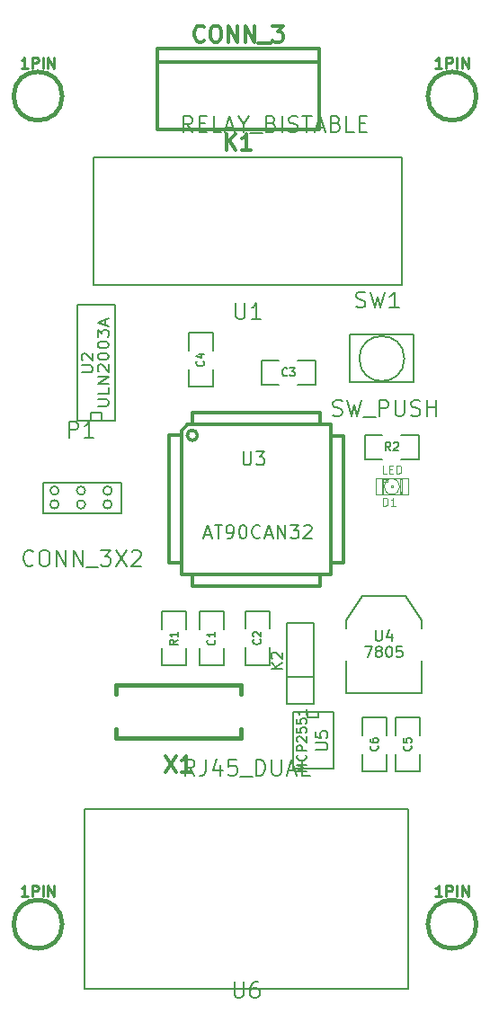
<source format=gto>
G04 (created by PCBNEW (2013-may-18)-stable) date Sat 04 Apr 2015 12:39:56 AM CEST*
%MOIN*%
G04 Gerber Fmt 3.4, Leading zero omitted, Abs format*
%FSLAX34Y34*%
G01*
G70*
G90*
G04 APERTURE LIST*
%ADD10C,0.00590551*%
%ADD11C,0.012*%
%ADD12C,0.008*%
%ADD13C,0.005*%
%ADD14C,0.006*%
%ADD15C,0.0026*%
%ADD16C,0.004*%
%ADD17C,0.015*%
%ADD18C,0.0035*%
%ADD19C,0.01*%
G04 APERTURE END LIST*
G54D10*
G54D11*
X83661Y-41146D02*
X83659Y-46476D01*
X89221Y-40916D02*
X83887Y-40916D01*
X83661Y-41146D02*
X83891Y-40916D01*
X83661Y-46058D02*
X83209Y-46058D01*
X83209Y-46058D02*
X83209Y-41326D01*
X83209Y-41326D02*
X83661Y-41326D01*
X88803Y-46476D02*
X88803Y-46928D01*
X88803Y-46928D02*
X84083Y-46928D01*
X84083Y-46928D02*
X84083Y-46476D01*
X89221Y-41342D02*
X89673Y-41342D01*
X89673Y-41342D02*
X89673Y-46050D01*
X89673Y-46050D02*
X89221Y-46050D01*
X84087Y-40916D02*
X84087Y-40464D01*
X84087Y-40464D02*
X88799Y-40464D01*
X88799Y-40464D02*
X88799Y-40916D01*
X84257Y-41320D02*
G75*
G03X84257Y-41320I-188J0D01*
G74*
G01*
X89221Y-40916D02*
X89221Y-46476D01*
X83661Y-46476D02*
X89221Y-46476D01*
G54D10*
X92275Y-38476D02*
X92275Y-39342D01*
X92275Y-39342D02*
X89913Y-39342D01*
X89913Y-39342D02*
X89913Y-37570D01*
X89913Y-37570D02*
X92275Y-37570D01*
X92275Y-37570D02*
X92275Y-38476D01*
X91929Y-38476D02*
G75*
G03X91929Y-38476I-835J0D01*
G74*
G01*
G54D12*
X89769Y-49682D02*
X89769Y-50882D01*
X89769Y-50882D02*
X92569Y-50882D01*
X92569Y-50882D02*
X92569Y-49682D01*
X89769Y-48482D02*
X89769Y-48182D01*
X89769Y-48182D02*
X90369Y-47282D01*
X90369Y-47282D02*
X91969Y-47282D01*
X91969Y-47282D02*
X92569Y-48182D01*
X92569Y-48182D02*
X92569Y-48482D01*
G54D13*
X87851Y-51591D02*
X87801Y-51591D01*
X87801Y-51591D02*
X87801Y-53691D01*
X89301Y-53691D02*
X89301Y-51591D01*
X89301Y-51591D02*
X87851Y-51591D01*
X88751Y-51591D02*
X88751Y-51791D01*
X88751Y-51791D02*
X88351Y-51791D01*
X88351Y-51791D02*
X88351Y-51591D01*
X89301Y-53691D02*
X87801Y-53691D01*
G54D12*
X79800Y-40791D02*
X79800Y-36491D01*
X79800Y-36491D02*
X81200Y-36491D01*
X81200Y-36491D02*
X81200Y-40791D01*
X81200Y-40791D02*
X79800Y-40791D01*
X80300Y-40791D02*
X80300Y-40491D01*
X80300Y-40491D02*
X80700Y-40491D01*
X80700Y-40491D02*
X80700Y-40791D01*
G54D13*
X91288Y-51779D02*
X90388Y-51779D01*
X90388Y-51779D02*
X90388Y-52429D01*
X91288Y-53129D02*
X91288Y-53779D01*
X91288Y-53779D02*
X90388Y-53779D01*
X90388Y-53779D02*
X90388Y-53129D01*
X91288Y-52429D02*
X91288Y-51779D01*
X84839Y-37519D02*
X83939Y-37519D01*
X83939Y-37519D02*
X83939Y-38169D01*
X84839Y-38869D02*
X84839Y-39519D01*
X84839Y-39519D02*
X83939Y-39519D01*
X83939Y-39519D02*
X83939Y-38869D01*
X84839Y-38169D02*
X84839Y-37519D01*
X88629Y-39450D02*
X88629Y-38550D01*
X88629Y-38550D02*
X87979Y-38550D01*
X87279Y-39450D02*
X86629Y-39450D01*
X86629Y-39450D02*
X86629Y-38550D01*
X86629Y-38550D02*
X87279Y-38550D01*
X87979Y-39450D02*
X88629Y-39450D01*
X91620Y-53783D02*
X92520Y-53783D01*
X92520Y-53783D02*
X92520Y-53133D01*
X91620Y-52433D02*
X91620Y-51783D01*
X91620Y-51783D02*
X92520Y-51783D01*
X92520Y-51783D02*
X92520Y-52433D01*
X91620Y-53133D02*
X91620Y-53783D01*
X86038Y-49838D02*
X86938Y-49838D01*
X86938Y-49838D02*
X86938Y-49188D01*
X86038Y-48488D02*
X86038Y-47838D01*
X86038Y-47838D02*
X86938Y-47838D01*
X86938Y-47838D02*
X86938Y-48488D01*
X86038Y-49188D02*
X86038Y-49838D01*
X85249Y-47858D02*
X84349Y-47858D01*
X84349Y-47858D02*
X84349Y-48508D01*
X85249Y-49208D02*
X85249Y-49858D01*
X85249Y-49858D02*
X84349Y-49858D01*
X84349Y-49858D02*
X84349Y-49208D01*
X85249Y-48508D02*
X85249Y-47858D01*
X82951Y-49858D02*
X83851Y-49858D01*
X83851Y-49858D02*
X83851Y-49208D01*
X82951Y-48508D02*
X82951Y-47858D01*
X82951Y-47858D02*
X83851Y-47858D01*
X83851Y-47858D02*
X83851Y-48508D01*
X82951Y-49208D02*
X82951Y-49858D01*
G54D10*
X92078Y-61440D02*
X92078Y-61840D01*
X80078Y-61440D02*
X80078Y-61840D01*
X80078Y-61840D02*
X92078Y-61840D01*
X92078Y-55190D02*
X92078Y-61440D01*
X80078Y-61440D02*
X80078Y-55190D01*
X80078Y-55190D02*
X92078Y-55190D01*
G54D14*
X88578Y-51283D02*
X87578Y-51283D01*
X87578Y-51283D02*
X87578Y-48283D01*
X87578Y-48283D02*
X88578Y-48283D01*
X88578Y-48283D02*
X88578Y-51283D01*
X87578Y-50283D02*
X88578Y-50283D01*
G54D10*
X81087Y-43370D02*
G75*
G03X81087Y-43370I-162J0D01*
G74*
G01*
X80098Y-43370D02*
G75*
G03X80098Y-43370I-157J0D01*
G74*
G01*
X79114Y-43370D02*
G75*
G03X79114Y-43370I-157J0D01*
G74*
G01*
X79114Y-43881D02*
G75*
G03X79114Y-43881I-157J0D01*
G74*
G01*
X80098Y-43881D02*
G75*
G03X80098Y-43881I-157J0D01*
G74*
G01*
X81082Y-43881D02*
G75*
G03X81082Y-43881I-157J0D01*
G74*
G01*
X81437Y-44196D02*
X78523Y-44196D01*
X78523Y-44196D02*
X78523Y-43094D01*
X78523Y-43094D02*
X81437Y-43094D01*
X81437Y-43094D02*
X81437Y-44196D01*
X80409Y-31027D02*
X91826Y-31027D01*
X91826Y-31027D02*
X91826Y-35751D01*
X91826Y-35751D02*
X80409Y-35751D01*
X80409Y-35751D02*
X80409Y-31027D01*
G54D15*
X91507Y-43181D02*
X91429Y-43181D01*
X91429Y-43181D02*
X91429Y-43259D01*
X91507Y-43259D02*
X91429Y-43259D01*
X91507Y-43181D02*
X91507Y-43259D01*
X91291Y-42945D02*
X91154Y-42945D01*
X91154Y-42945D02*
X91154Y-43043D01*
X91291Y-43043D02*
X91154Y-43043D01*
X91291Y-42945D02*
X91291Y-43043D01*
X91154Y-42945D02*
X91114Y-42945D01*
X91114Y-42945D02*
X91114Y-43416D01*
X91154Y-43416D02*
X91114Y-43416D01*
X91154Y-42945D02*
X91154Y-43416D01*
X91154Y-43436D02*
X91114Y-43436D01*
X91114Y-43436D02*
X91114Y-43495D01*
X91154Y-43495D02*
X91114Y-43495D01*
X91154Y-43436D02*
X91154Y-43495D01*
X91822Y-42945D02*
X91782Y-42945D01*
X91782Y-42945D02*
X91782Y-43416D01*
X91822Y-43416D02*
X91782Y-43416D01*
X91822Y-42945D02*
X91822Y-43416D01*
X91822Y-43436D02*
X91782Y-43436D01*
X91782Y-43436D02*
X91782Y-43495D01*
X91822Y-43495D02*
X91782Y-43495D01*
X91822Y-43436D02*
X91822Y-43495D01*
X91291Y-42945D02*
X91232Y-42945D01*
X91232Y-42945D02*
X91232Y-43043D01*
X91291Y-43043D02*
X91232Y-43043D01*
X91291Y-42945D02*
X91291Y-43043D01*
G54D16*
X90858Y-42925D02*
X92078Y-42925D01*
X92078Y-42925D02*
X92078Y-43515D01*
X92078Y-43515D02*
X90858Y-43515D01*
X90858Y-43515D02*
X90858Y-42925D01*
X91683Y-43023D02*
G75*
G03X91252Y-43024I-215J-196D01*
G74*
G01*
X91684Y-43416D02*
G75*
G03X91684Y-43024I-215J196D01*
G74*
G01*
X91253Y-43417D02*
G75*
G03X91684Y-43416I215J196D01*
G74*
G01*
X91252Y-43024D02*
G75*
G03X91252Y-43416I215J-196D01*
G74*
G01*
G54D17*
X85858Y-50582D02*
X81252Y-50582D01*
X81252Y-52550D02*
X85858Y-52550D01*
X81252Y-50582D02*
X81252Y-50916D01*
X81252Y-52550D02*
X81252Y-52216D01*
X85858Y-50582D02*
X85858Y-50916D01*
X85858Y-52550D02*
X85858Y-52216D01*
X94600Y-59448D02*
G75*
G03X94600Y-59448I-900J0D01*
G74*
G01*
X79246Y-59448D02*
G75*
G03X79246Y-59448I-900J0D01*
G74*
G01*
X94600Y-28740D02*
G75*
G03X94600Y-28740I-900J0D01*
G74*
G01*
X79246Y-28740D02*
G75*
G03X79246Y-28740I-900J0D01*
G74*
G01*
G54D13*
X90468Y-41301D02*
X90468Y-42201D01*
X90468Y-42201D02*
X91118Y-42201D01*
X91818Y-41301D02*
X92468Y-41301D01*
X92468Y-41301D02*
X92468Y-42201D01*
X92468Y-42201D02*
X91818Y-42201D01*
X91118Y-41301D02*
X90468Y-41301D01*
G54D11*
X88783Y-26988D02*
X88783Y-29988D01*
X82783Y-26988D02*
X82783Y-29988D01*
X88783Y-27488D02*
X82783Y-27488D01*
X88783Y-29988D02*
X82783Y-29988D01*
X88783Y-26988D02*
X82783Y-26988D01*
G54D12*
X85960Y-41927D02*
X85960Y-42331D01*
X85983Y-42379D01*
X86007Y-42403D01*
X86055Y-42427D01*
X86150Y-42427D01*
X86198Y-42403D01*
X86221Y-42379D01*
X86245Y-42331D01*
X86245Y-41927D01*
X86436Y-41927D02*
X86745Y-41927D01*
X86579Y-42117D01*
X86650Y-42117D01*
X86698Y-42141D01*
X86721Y-42165D01*
X86745Y-42212D01*
X86745Y-42331D01*
X86721Y-42379D01*
X86698Y-42403D01*
X86650Y-42427D01*
X86507Y-42427D01*
X86460Y-42403D01*
X86436Y-42379D01*
X84512Y-45004D02*
X84751Y-45004D01*
X84465Y-45147D02*
X84631Y-44647D01*
X84798Y-45147D01*
X84893Y-44647D02*
X85179Y-44647D01*
X85036Y-45147D02*
X85036Y-44647D01*
X85370Y-45147D02*
X85465Y-45147D01*
X85512Y-45123D01*
X85536Y-45099D01*
X85584Y-45028D01*
X85608Y-44932D01*
X85608Y-44742D01*
X85584Y-44694D01*
X85560Y-44671D01*
X85512Y-44647D01*
X85417Y-44647D01*
X85370Y-44671D01*
X85346Y-44694D01*
X85322Y-44742D01*
X85322Y-44861D01*
X85346Y-44909D01*
X85370Y-44932D01*
X85417Y-44956D01*
X85512Y-44956D01*
X85560Y-44932D01*
X85584Y-44909D01*
X85608Y-44861D01*
X85917Y-44647D02*
X85965Y-44647D01*
X86012Y-44671D01*
X86036Y-44694D01*
X86060Y-44742D01*
X86084Y-44837D01*
X86084Y-44956D01*
X86060Y-45051D01*
X86036Y-45099D01*
X86012Y-45123D01*
X85965Y-45147D01*
X85917Y-45147D01*
X85870Y-45123D01*
X85846Y-45099D01*
X85822Y-45051D01*
X85798Y-44956D01*
X85798Y-44837D01*
X85822Y-44742D01*
X85846Y-44694D01*
X85870Y-44671D01*
X85917Y-44647D01*
X86584Y-45099D02*
X86560Y-45123D01*
X86489Y-45147D01*
X86441Y-45147D01*
X86370Y-45123D01*
X86322Y-45075D01*
X86298Y-45028D01*
X86274Y-44932D01*
X86274Y-44861D01*
X86298Y-44766D01*
X86322Y-44718D01*
X86370Y-44671D01*
X86441Y-44647D01*
X86489Y-44647D01*
X86560Y-44671D01*
X86584Y-44694D01*
X86774Y-45004D02*
X87012Y-45004D01*
X86727Y-45147D02*
X86893Y-44647D01*
X87060Y-45147D01*
X87227Y-45147D02*
X87227Y-44647D01*
X87512Y-45147D01*
X87512Y-44647D01*
X87703Y-44647D02*
X88012Y-44647D01*
X87846Y-44837D01*
X87917Y-44837D01*
X87965Y-44861D01*
X87989Y-44885D01*
X88012Y-44932D01*
X88012Y-45051D01*
X87989Y-45099D01*
X87965Y-45123D01*
X87917Y-45147D01*
X87774Y-45147D01*
X87727Y-45123D01*
X87703Y-45099D01*
X88203Y-44694D02*
X88227Y-44671D01*
X88274Y-44647D01*
X88393Y-44647D01*
X88441Y-44671D01*
X88465Y-44694D01*
X88489Y-44742D01*
X88489Y-44790D01*
X88465Y-44861D01*
X88179Y-45147D01*
X88489Y-45147D01*
G54D10*
X90149Y-36561D02*
X90233Y-36589D01*
X90374Y-36589D01*
X90430Y-36561D01*
X90458Y-36533D01*
X90487Y-36476D01*
X90487Y-36420D01*
X90458Y-36364D01*
X90430Y-36336D01*
X90374Y-36308D01*
X90262Y-36280D01*
X90205Y-36251D01*
X90177Y-36223D01*
X90149Y-36167D01*
X90149Y-36111D01*
X90177Y-36055D01*
X90205Y-36026D01*
X90262Y-35998D01*
X90402Y-35998D01*
X90487Y-36026D01*
X90683Y-35998D02*
X90824Y-36589D01*
X90937Y-36167D01*
X91049Y-36589D01*
X91190Y-35998D01*
X91724Y-36589D02*
X91386Y-36589D01*
X91555Y-36589D02*
X91555Y-35998D01*
X91499Y-36083D01*
X91443Y-36139D01*
X91386Y-36167D01*
X89286Y-40577D02*
X89370Y-40605D01*
X89511Y-40605D01*
X89567Y-40577D01*
X89595Y-40548D01*
X89623Y-40492D01*
X89623Y-40436D01*
X89595Y-40380D01*
X89567Y-40352D01*
X89511Y-40323D01*
X89398Y-40295D01*
X89342Y-40267D01*
X89314Y-40239D01*
X89286Y-40183D01*
X89286Y-40127D01*
X89314Y-40070D01*
X89342Y-40042D01*
X89398Y-40014D01*
X89539Y-40014D01*
X89623Y-40042D01*
X89820Y-40014D02*
X89961Y-40605D01*
X90073Y-40183D01*
X90186Y-40605D01*
X90326Y-40014D01*
X90411Y-40661D02*
X90861Y-40661D01*
X91001Y-40605D02*
X91001Y-40014D01*
X91226Y-40014D01*
X91282Y-40042D01*
X91311Y-40070D01*
X91339Y-40127D01*
X91339Y-40211D01*
X91311Y-40267D01*
X91282Y-40295D01*
X91226Y-40323D01*
X91001Y-40323D01*
X91592Y-40014D02*
X91592Y-40492D01*
X91620Y-40548D01*
X91648Y-40577D01*
X91704Y-40605D01*
X91817Y-40605D01*
X91873Y-40577D01*
X91901Y-40548D01*
X91929Y-40492D01*
X91929Y-40014D01*
X92182Y-40577D02*
X92267Y-40605D01*
X92407Y-40605D01*
X92464Y-40577D01*
X92492Y-40548D01*
X92520Y-40492D01*
X92520Y-40436D01*
X92492Y-40380D01*
X92464Y-40352D01*
X92407Y-40323D01*
X92295Y-40295D01*
X92239Y-40267D01*
X92210Y-40239D01*
X92182Y-40183D01*
X92182Y-40127D01*
X92210Y-40070D01*
X92239Y-40042D01*
X92295Y-40014D01*
X92435Y-40014D01*
X92520Y-40042D01*
X92773Y-40605D02*
X92773Y-40014D01*
X92773Y-40295D02*
X93110Y-40295D01*
X93110Y-40605D02*
X93110Y-40014D01*
G54D12*
X90864Y-48544D02*
X90864Y-48868D01*
X90883Y-48906D01*
X90902Y-48925D01*
X90940Y-48944D01*
X91016Y-48944D01*
X91055Y-48925D01*
X91074Y-48906D01*
X91093Y-48868D01*
X91093Y-48544D01*
X91455Y-48677D02*
X91455Y-48944D01*
X91359Y-48525D02*
X91264Y-48811D01*
X91512Y-48811D01*
X90464Y-49144D02*
X90731Y-49144D01*
X90559Y-49544D01*
X90940Y-49316D02*
X90902Y-49296D01*
X90883Y-49277D01*
X90864Y-49239D01*
X90864Y-49220D01*
X90883Y-49182D01*
X90902Y-49163D01*
X90940Y-49144D01*
X91016Y-49144D01*
X91055Y-49163D01*
X91074Y-49182D01*
X91093Y-49220D01*
X91093Y-49239D01*
X91074Y-49277D01*
X91055Y-49296D01*
X91016Y-49316D01*
X90940Y-49316D01*
X90902Y-49335D01*
X90883Y-49354D01*
X90864Y-49392D01*
X90864Y-49468D01*
X90883Y-49506D01*
X90902Y-49525D01*
X90940Y-49544D01*
X91016Y-49544D01*
X91055Y-49525D01*
X91074Y-49506D01*
X91093Y-49468D01*
X91093Y-49392D01*
X91074Y-49354D01*
X91055Y-49335D01*
X91016Y-49316D01*
X91340Y-49144D02*
X91378Y-49144D01*
X91416Y-49163D01*
X91435Y-49182D01*
X91455Y-49220D01*
X91474Y-49296D01*
X91474Y-49392D01*
X91455Y-49468D01*
X91435Y-49506D01*
X91416Y-49525D01*
X91378Y-49544D01*
X91340Y-49544D01*
X91302Y-49525D01*
X91283Y-49506D01*
X91264Y-49468D01*
X91245Y-49392D01*
X91245Y-49296D01*
X91264Y-49220D01*
X91283Y-49182D01*
X91302Y-49163D01*
X91340Y-49144D01*
X91835Y-49144D02*
X91645Y-49144D01*
X91626Y-49335D01*
X91645Y-49316D01*
X91683Y-49296D01*
X91778Y-49296D01*
X91816Y-49316D01*
X91835Y-49335D01*
X91855Y-49373D01*
X91855Y-49468D01*
X91835Y-49506D01*
X91816Y-49525D01*
X91778Y-49544D01*
X91683Y-49544D01*
X91645Y-49525D01*
X91626Y-49506D01*
G54D14*
X88633Y-52984D02*
X88997Y-52984D01*
X89040Y-52963D01*
X89061Y-52941D01*
X89083Y-52898D01*
X89083Y-52813D01*
X89061Y-52770D01*
X89040Y-52748D01*
X88997Y-52727D01*
X88633Y-52727D01*
X88633Y-52298D02*
X88633Y-52513D01*
X88847Y-52534D01*
X88826Y-52513D01*
X88804Y-52470D01*
X88804Y-52363D01*
X88826Y-52320D01*
X88847Y-52298D01*
X88890Y-52277D01*
X88997Y-52277D01*
X89040Y-52298D01*
X89061Y-52320D01*
X89083Y-52363D01*
X89083Y-52470D01*
X89061Y-52513D01*
X89040Y-52534D01*
X88292Y-53775D02*
X87942Y-53775D01*
X88192Y-53658D01*
X87942Y-53541D01*
X88292Y-53541D01*
X88259Y-53175D02*
X88276Y-53191D01*
X88292Y-53241D01*
X88292Y-53275D01*
X88276Y-53325D01*
X88242Y-53358D01*
X88209Y-53375D01*
X88142Y-53391D01*
X88092Y-53391D01*
X88026Y-53375D01*
X87992Y-53358D01*
X87959Y-53325D01*
X87942Y-53275D01*
X87942Y-53241D01*
X87959Y-53191D01*
X87976Y-53175D01*
X88292Y-53025D02*
X87942Y-53025D01*
X87942Y-52891D01*
X87959Y-52858D01*
X87976Y-52841D01*
X88009Y-52825D01*
X88059Y-52825D01*
X88092Y-52841D01*
X88109Y-52858D01*
X88126Y-52891D01*
X88126Y-53025D01*
X87976Y-52691D02*
X87959Y-52675D01*
X87942Y-52641D01*
X87942Y-52558D01*
X87959Y-52525D01*
X87976Y-52508D01*
X88009Y-52491D01*
X88042Y-52491D01*
X88092Y-52508D01*
X88292Y-52708D01*
X88292Y-52491D01*
X87942Y-52175D02*
X87942Y-52341D01*
X88109Y-52358D01*
X88092Y-52341D01*
X88076Y-52308D01*
X88076Y-52225D01*
X88092Y-52191D01*
X88109Y-52175D01*
X88142Y-52158D01*
X88226Y-52158D01*
X88259Y-52175D01*
X88276Y-52191D01*
X88292Y-52225D01*
X88292Y-52308D01*
X88276Y-52341D01*
X88259Y-52358D01*
X87942Y-51841D02*
X87942Y-52008D01*
X88109Y-52025D01*
X88092Y-52008D01*
X88076Y-51975D01*
X88076Y-51891D01*
X88092Y-51858D01*
X88109Y-51841D01*
X88142Y-51825D01*
X88226Y-51825D01*
X88259Y-51841D01*
X88276Y-51858D01*
X88292Y-51891D01*
X88292Y-51975D01*
X88276Y-52008D01*
X88259Y-52025D01*
X88292Y-51491D02*
X88292Y-51691D01*
X88292Y-51591D02*
X87942Y-51591D01*
X87992Y-51625D01*
X88026Y-51658D01*
X88042Y-51691D01*
G54D13*
X79961Y-38984D02*
X80285Y-38984D01*
X80323Y-38963D01*
X80342Y-38941D01*
X80361Y-38898D01*
X80361Y-38813D01*
X80342Y-38770D01*
X80323Y-38748D01*
X80285Y-38727D01*
X79961Y-38727D01*
X80000Y-38534D02*
X79980Y-38513D01*
X79961Y-38470D01*
X79961Y-38363D01*
X79980Y-38320D01*
X80000Y-38298D01*
X80038Y-38277D01*
X80076Y-38277D01*
X80133Y-38298D01*
X80361Y-38556D01*
X80361Y-38277D01*
X80561Y-40238D02*
X80885Y-40238D01*
X80923Y-40216D01*
X80942Y-40195D01*
X80961Y-40152D01*
X80961Y-40066D01*
X80942Y-40023D01*
X80923Y-40002D01*
X80885Y-39981D01*
X80561Y-39981D01*
X80961Y-39552D02*
X80961Y-39766D01*
X80561Y-39766D01*
X80961Y-39402D02*
X80561Y-39402D01*
X80961Y-39145D01*
X80561Y-39145D01*
X80600Y-38952D02*
X80580Y-38931D01*
X80561Y-38888D01*
X80561Y-38781D01*
X80580Y-38738D01*
X80600Y-38716D01*
X80638Y-38695D01*
X80676Y-38695D01*
X80733Y-38716D01*
X80961Y-38973D01*
X80961Y-38695D01*
X80561Y-38416D02*
X80561Y-38373D01*
X80580Y-38331D01*
X80600Y-38309D01*
X80638Y-38288D01*
X80714Y-38266D01*
X80809Y-38266D01*
X80885Y-38288D01*
X80923Y-38309D01*
X80942Y-38331D01*
X80961Y-38373D01*
X80961Y-38416D01*
X80942Y-38459D01*
X80923Y-38481D01*
X80885Y-38502D01*
X80809Y-38523D01*
X80714Y-38523D01*
X80638Y-38502D01*
X80600Y-38481D01*
X80580Y-38459D01*
X80561Y-38416D01*
X80561Y-37988D02*
X80561Y-37945D01*
X80580Y-37902D01*
X80600Y-37881D01*
X80638Y-37859D01*
X80714Y-37838D01*
X80809Y-37838D01*
X80885Y-37859D01*
X80923Y-37881D01*
X80942Y-37902D01*
X80961Y-37945D01*
X80961Y-37988D01*
X80942Y-38031D01*
X80923Y-38052D01*
X80885Y-38073D01*
X80809Y-38095D01*
X80714Y-38095D01*
X80638Y-38073D01*
X80600Y-38052D01*
X80580Y-38031D01*
X80561Y-37988D01*
X80561Y-37688D02*
X80561Y-37409D01*
X80714Y-37559D01*
X80714Y-37495D01*
X80733Y-37452D01*
X80752Y-37431D01*
X80790Y-37409D01*
X80885Y-37409D01*
X80923Y-37431D01*
X80942Y-37452D01*
X80961Y-37495D01*
X80961Y-37623D01*
X80942Y-37666D01*
X80923Y-37688D01*
X80847Y-37238D02*
X80847Y-37023D01*
X80961Y-37281D02*
X80561Y-37131D01*
X80961Y-36981D01*
X90931Y-52829D02*
X90945Y-52843D01*
X90960Y-52886D01*
X90960Y-52915D01*
X90945Y-52958D01*
X90917Y-52986D01*
X90888Y-53000D01*
X90831Y-53015D01*
X90788Y-53015D01*
X90731Y-53000D01*
X90702Y-52986D01*
X90674Y-52958D01*
X90660Y-52915D01*
X90660Y-52886D01*
X90674Y-52843D01*
X90688Y-52829D01*
X90660Y-52572D02*
X90660Y-52629D01*
X90674Y-52658D01*
X90688Y-52672D01*
X90731Y-52700D01*
X90788Y-52715D01*
X90902Y-52715D01*
X90931Y-52700D01*
X90945Y-52686D01*
X90960Y-52658D01*
X90960Y-52600D01*
X90945Y-52572D01*
X90931Y-52558D01*
X90902Y-52543D01*
X90831Y-52543D01*
X90802Y-52558D01*
X90788Y-52572D01*
X90774Y-52600D01*
X90774Y-52658D01*
X90788Y-52686D01*
X90802Y-52700D01*
X90831Y-52715D01*
X84482Y-38569D02*
X84496Y-38583D01*
X84511Y-38626D01*
X84511Y-38655D01*
X84496Y-38698D01*
X84468Y-38726D01*
X84439Y-38741D01*
X84382Y-38755D01*
X84339Y-38755D01*
X84282Y-38741D01*
X84254Y-38726D01*
X84225Y-38698D01*
X84211Y-38655D01*
X84211Y-38626D01*
X84225Y-38583D01*
X84239Y-38569D01*
X84311Y-38312D02*
X84511Y-38312D01*
X84196Y-38383D02*
X84411Y-38455D01*
X84411Y-38269D01*
X87579Y-39092D02*
X87565Y-39107D01*
X87522Y-39121D01*
X87494Y-39121D01*
X87451Y-39107D01*
X87422Y-39078D01*
X87408Y-39050D01*
X87394Y-38992D01*
X87394Y-38950D01*
X87408Y-38892D01*
X87422Y-38864D01*
X87451Y-38835D01*
X87494Y-38821D01*
X87522Y-38821D01*
X87565Y-38835D01*
X87579Y-38850D01*
X87679Y-38821D02*
X87865Y-38821D01*
X87765Y-38935D01*
X87808Y-38935D01*
X87837Y-38950D01*
X87851Y-38964D01*
X87865Y-38992D01*
X87865Y-39064D01*
X87851Y-39092D01*
X87837Y-39107D01*
X87808Y-39121D01*
X87722Y-39121D01*
X87694Y-39107D01*
X87679Y-39092D01*
X92163Y-52833D02*
X92178Y-52847D01*
X92192Y-52890D01*
X92192Y-52919D01*
X92178Y-52962D01*
X92149Y-52990D01*
X92120Y-53004D01*
X92063Y-53019D01*
X92020Y-53019D01*
X91963Y-53004D01*
X91935Y-52990D01*
X91906Y-52962D01*
X91892Y-52919D01*
X91892Y-52890D01*
X91906Y-52847D01*
X91920Y-52833D01*
X91892Y-52562D02*
X91892Y-52704D01*
X92035Y-52719D01*
X92020Y-52704D01*
X92006Y-52676D01*
X92006Y-52604D01*
X92020Y-52576D01*
X92035Y-52562D01*
X92063Y-52547D01*
X92135Y-52547D01*
X92163Y-52562D01*
X92178Y-52576D01*
X92192Y-52604D01*
X92192Y-52676D01*
X92178Y-52704D01*
X92163Y-52719D01*
X86581Y-48888D02*
X86595Y-48902D01*
X86609Y-48945D01*
X86609Y-48974D01*
X86595Y-49017D01*
X86566Y-49045D01*
X86538Y-49060D01*
X86481Y-49074D01*
X86438Y-49074D01*
X86381Y-49060D01*
X86352Y-49045D01*
X86323Y-49017D01*
X86309Y-48974D01*
X86309Y-48945D01*
X86323Y-48902D01*
X86338Y-48888D01*
X86338Y-48774D02*
X86323Y-48760D01*
X86309Y-48731D01*
X86309Y-48660D01*
X86323Y-48631D01*
X86338Y-48617D01*
X86366Y-48602D01*
X86395Y-48602D01*
X86438Y-48617D01*
X86609Y-48788D01*
X86609Y-48602D01*
X84892Y-48908D02*
X84906Y-48922D01*
X84920Y-48965D01*
X84920Y-48993D01*
X84906Y-49036D01*
X84877Y-49065D01*
X84849Y-49079D01*
X84792Y-49093D01*
X84749Y-49093D01*
X84692Y-49079D01*
X84663Y-49065D01*
X84634Y-49036D01*
X84620Y-48993D01*
X84620Y-48965D01*
X84634Y-48922D01*
X84649Y-48908D01*
X84920Y-48622D02*
X84920Y-48793D01*
X84920Y-48708D02*
X84620Y-48708D01*
X84663Y-48736D01*
X84692Y-48765D01*
X84706Y-48793D01*
X83523Y-48908D02*
X83380Y-49008D01*
X83523Y-49079D02*
X83223Y-49079D01*
X83223Y-48965D01*
X83237Y-48936D01*
X83251Y-48922D01*
X83280Y-48908D01*
X83323Y-48908D01*
X83351Y-48922D01*
X83365Y-48936D01*
X83380Y-48965D01*
X83380Y-49079D01*
X83523Y-48622D02*
X83523Y-48793D01*
X83523Y-48708D02*
X83223Y-48708D01*
X83265Y-48736D01*
X83294Y-48765D01*
X83308Y-48793D01*
G54D10*
X85628Y-61589D02*
X85628Y-62067D01*
X85656Y-62123D01*
X85685Y-62151D01*
X85741Y-62179D01*
X85853Y-62179D01*
X85910Y-62151D01*
X85938Y-62123D01*
X85966Y-62067D01*
X85966Y-61589D01*
X86500Y-61589D02*
X86388Y-61589D01*
X86331Y-61617D01*
X86303Y-61645D01*
X86247Y-61730D01*
X86219Y-61842D01*
X86219Y-62067D01*
X86247Y-62123D01*
X86275Y-62151D01*
X86331Y-62179D01*
X86444Y-62179D01*
X86500Y-62151D01*
X86528Y-62123D01*
X86556Y-62067D01*
X86556Y-61926D01*
X86528Y-61870D01*
X86500Y-61842D01*
X86444Y-61814D01*
X86331Y-61814D01*
X86275Y-61842D01*
X86247Y-61870D01*
X86219Y-61926D01*
X84152Y-53929D02*
X83955Y-53648D01*
X83814Y-53929D02*
X83814Y-53339D01*
X84039Y-53339D01*
X84096Y-53367D01*
X84124Y-53395D01*
X84152Y-53451D01*
X84152Y-53536D01*
X84124Y-53592D01*
X84096Y-53620D01*
X84039Y-53648D01*
X83814Y-53648D01*
X84574Y-53339D02*
X84574Y-53761D01*
X84546Y-53845D01*
X84489Y-53901D01*
X84405Y-53929D01*
X84349Y-53929D01*
X85108Y-53536D02*
X85108Y-53929D01*
X84967Y-53311D02*
X84827Y-53733D01*
X85192Y-53733D01*
X85699Y-53339D02*
X85417Y-53339D01*
X85389Y-53620D01*
X85417Y-53592D01*
X85474Y-53564D01*
X85614Y-53564D01*
X85670Y-53592D01*
X85699Y-53620D01*
X85727Y-53676D01*
X85727Y-53817D01*
X85699Y-53873D01*
X85670Y-53901D01*
X85614Y-53929D01*
X85474Y-53929D01*
X85417Y-53901D01*
X85389Y-53873D01*
X85839Y-53986D02*
X86289Y-53986D01*
X86430Y-53929D02*
X86430Y-53339D01*
X86570Y-53339D01*
X86655Y-53367D01*
X86711Y-53423D01*
X86739Y-53480D01*
X86767Y-53592D01*
X86767Y-53676D01*
X86739Y-53789D01*
X86711Y-53845D01*
X86655Y-53901D01*
X86570Y-53929D01*
X86430Y-53929D01*
X87020Y-53339D02*
X87020Y-53817D01*
X87048Y-53873D01*
X87077Y-53901D01*
X87133Y-53929D01*
X87245Y-53929D01*
X87302Y-53901D01*
X87330Y-53873D01*
X87358Y-53817D01*
X87358Y-53339D01*
X87611Y-53761D02*
X87892Y-53761D01*
X87555Y-53929D02*
X87751Y-53339D01*
X87948Y-53929D01*
X88426Y-53929D02*
X88145Y-53929D01*
X88145Y-53339D01*
G54D14*
X87390Y-49978D02*
X86990Y-49978D01*
X87390Y-49750D02*
X87162Y-49921D01*
X86990Y-49750D02*
X87219Y-49978D01*
X87028Y-49597D02*
X87009Y-49578D01*
X86990Y-49540D01*
X86990Y-49445D01*
X87009Y-49407D01*
X87028Y-49388D01*
X87066Y-49369D01*
X87104Y-49369D01*
X87162Y-49388D01*
X87390Y-49616D01*
X87390Y-49369D01*
G54D10*
X79505Y-41404D02*
X79505Y-40813D01*
X79730Y-40813D01*
X79786Y-40841D01*
X79814Y-40870D01*
X79842Y-40926D01*
X79842Y-41010D01*
X79814Y-41066D01*
X79786Y-41095D01*
X79730Y-41123D01*
X79505Y-41123D01*
X80404Y-41404D02*
X80067Y-41404D01*
X80236Y-41404D02*
X80236Y-40813D01*
X80179Y-40898D01*
X80123Y-40954D01*
X80067Y-40982D01*
X78166Y-46111D02*
X78138Y-46140D01*
X78053Y-46168D01*
X77997Y-46168D01*
X77913Y-46140D01*
X77857Y-46083D01*
X77829Y-46027D01*
X77800Y-45915D01*
X77800Y-45830D01*
X77829Y-45718D01*
X77857Y-45661D01*
X77913Y-45605D01*
X77997Y-45577D01*
X78053Y-45577D01*
X78138Y-45605D01*
X78166Y-45633D01*
X78532Y-45577D02*
X78644Y-45577D01*
X78700Y-45605D01*
X78757Y-45661D01*
X78785Y-45774D01*
X78785Y-45971D01*
X78757Y-46083D01*
X78700Y-46140D01*
X78644Y-46168D01*
X78532Y-46168D01*
X78475Y-46140D01*
X78419Y-46083D01*
X78391Y-45971D01*
X78391Y-45774D01*
X78419Y-45661D01*
X78475Y-45605D01*
X78532Y-45577D01*
X79038Y-46168D02*
X79038Y-45577D01*
X79375Y-46168D01*
X79375Y-45577D01*
X79656Y-46168D02*
X79656Y-45577D01*
X79994Y-46168D01*
X79994Y-45577D01*
X80134Y-46224D02*
X80584Y-46224D01*
X80669Y-45577D02*
X81034Y-45577D01*
X80838Y-45802D01*
X80922Y-45802D01*
X80978Y-45830D01*
X81006Y-45858D01*
X81034Y-45915D01*
X81034Y-46055D01*
X81006Y-46111D01*
X80978Y-46140D01*
X80922Y-46168D01*
X80753Y-46168D01*
X80697Y-46140D01*
X80669Y-46111D01*
X81231Y-45577D02*
X81625Y-46168D01*
X81625Y-45577D02*
X81231Y-46168D01*
X81822Y-45633D02*
X81850Y-45605D01*
X81906Y-45577D01*
X82047Y-45577D01*
X82103Y-45605D01*
X82131Y-45633D01*
X82159Y-45690D01*
X82159Y-45746D01*
X82131Y-45830D01*
X81794Y-46168D01*
X82159Y-46168D01*
X85683Y-36424D02*
X85683Y-36902D01*
X85712Y-36958D01*
X85740Y-36986D01*
X85796Y-37014D01*
X85908Y-37014D01*
X85965Y-36986D01*
X85993Y-36958D01*
X86021Y-36902D01*
X86021Y-36424D01*
X86611Y-37014D02*
X86274Y-37014D01*
X86443Y-37014D02*
X86443Y-36424D01*
X86386Y-36508D01*
X86330Y-36564D01*
X86274Y-36592D01*
X84074Y-30069D02*
X83877Y-29788D01*
X83737Y-30069D02*
X83737Y-29479D01*
X83962Y-29479D01*
X84018Y-29507D01*
X84046Y-29535D01*
X84074Y-29591D01*
X84074Y-29676D01*
X84046Y-29732D01*
X84018Y-29760D01*
X83962Y-29788D01*
X83737Y-29788D01*
X84327Y-29760D02*
X84524Y-29760D01*
X84609Y-30069D02*
X84327Y-30069D01*
X84327Y-29479D01*
X84609Y-29479D01*
X85143Y-30069D02*
X84862Y-30069D01*
X84862Y-29479D01*
X85312Y-29901D02*
X85593Y-29901D01*
X85255Y-30069D02*
X85452Y-29479D01*
X85649Y-30069D01*
X85958Y-29788D02*
X85958Y-30069D01*
X85762Y-29479D02*
X85958Y-29788D01*
X86155Y-29479D01*
X86212Y-30125D02*
X86661Y-30125D01*
X86999Y-29760D02*
X87083Y-29788D01*
X87111Y-29816D01*
X87140Y-29872D01*
X87140Y-29957D01*
X87111Y-30013D01*
X87083Y-30041D01*
X87027Y-30069D01*
X86802Y-30069D01*
X86802Y-29479D01*
X86999Y-29479D01*
X87055Y-29507D01*
X87083Y-29535D01*
X87111Y-29591D01*
X87111Y-29647D01*
X87083Y-29704D01*
X87055Y-29732D01*
X86999Y-29760D01*
X86802Y-29760D01*
X87393Y-30069D02*
X87393Y-29479D01*
X87646Y-30041D02*
X87730Y-30069D01*
X87871Y-30069D01*
X87927Y-30041D01*
X87955Y-30013D01*
X87983Y-29957D01*
X87983Y-29901D01*
X87955Y-29844D01*
X87927Y-29816D01*
X87871Y-29788D01*
X87758Y-29760D01*
X87702Y-29732D01*
X87674Y-29704D01*
X87646Y-29647D01*
X87646Y-29591D01*
X87674Y-29535D01*
X87702Y-29507D01*
X87758Y-29479D01*
X87899Y-29479D01*
X87983Y-29507D01*
X88152Y-29479D02*
X88489Y-29479D01*
X88321Y-30069D02*
X88321Y-29479D01*
X88658Y-29901D02*
X88939Y-29901D01*
X88602Y-30069D02*
X88799Y-29479D01*
X88996Y-30069D01*
X89389Y-29760D02*
X89474Y-29788D01*
X89502Y-29816D01*
X89530Y-29872D01*
X89530Y-29957D01*
X89502Y-30013D01*
X89474Y-30041D01*
X89417Y-30069D01*
X89192Y-30069D01*
X89192Y-29479D01*
X89389Y-29479D01*
X89446Y-29507D01*
X89474Y-29535D01*
X89502Y-29591D01*
X89502Y-29647D01*
X89474Y-29704D01*
X89446Y-29732D01*
X89389Y-29760D01*
X89192Y-29760D01*
X90064Y-30069D02*
X89783Y-30069D01*
X89783Y-29479D01*
X90261Y-29760D02*
X90458Y-29760D01*
X90542Y-30069D02*
X90261Y-30069D01*
X90261Y-29479D01*
X90542Y-29479D01*
G54D18*
X91147Y-43941D02*
X91147Y-43641D01*
X91218Y-43641D01*
X91261Y-43656D01*
X91289Y-43684D01*
X91304Y-43713D01*
X91318Y-43770D01*
X91318Y-43813D01*
X91304Y-43870D01*
X91289Y-43899D01*
X91261Y-43927D01*
X91218Y-43941D01*
X91147Y-43941D01*
X91604Y-43941D02*
X91432Y-43941D01*
X91518Y-43941D02*
X91518Y-43641D01*
X91489Y-43684D01*
X91461Y-43713D01*
X91432Y-43727D01*
X91275Y-42741D02*
X91132Y-42741D01*
X91132Y-42441D01*
X91375Y-42584D02*
X91475Y-42584D01*
X91518Y-42741D02*
X91375Y-42741D01*
X91375Y-42441D01*
X91518Y-42441D01*
X91647Y-42741D02*
X91647Y-42441D01*
X91718Y-42441D01*
X91761Y-42456D01*
X91789Y-42484D01*
X91804Y-42513D01*
X91818Y-42570D01*
X91818Y-42613D01*
X91804Y-42670D01*
X91789Y-42699D01*
X91761Y-42727D01*
X91718Y-42741D01*
X91647Y-42741D01*
G54D11*
X83069Y-53209D02*
X83469Y-53809D01*
X83469Y-53209D02*
X83069Y-53809D01*
X84012Y-53809D02*
X83669Y-53809D01*
X83840Y-53809D02*
X83840Y-53209D01*
X83783Y-53295D01*
X83726Y-53352D01*
X83669Y-53381D01*
G54D19*
X93310Y-58410D02*
X93081Y-58410D01*
X93196Y-58410D02*
X93196Y-58010D01*
X93157Y-58067D01*
X93119Y-58105D01*
X93081Y-58125D01*
X93481Y-58410D02*
X93481Y-58010D01*
X93634Y-58010D01*
X93672Y-58029D01*
X93691Y-58048D01*
X93710Y-58086D01*
X93710Y-58144D01*
X93691Y-58182D01*
X93672Y-58201D01*
X93634Y-58220D01*
X93481Y-58220D01*
X93881Y-58410D02*
X93881Y-58010D01*
X94072Y-58410D02*
X94072Y-58010D01*
X94300Y-58410D01*
X94300Y-58010D01*
X77955Y-58410D02*
X77727Y-58410D01*
X77841Y-58410D02*
X77841Y-58010D01*
X77803Y-58067D01*
X77765Y-58105D01*
X77727Y-58125D01*
X78127Y-58410D02*
X78127Y-58010D01*
X78279Y-58010D01*
X78317Y-58029D01*
X78336Y-58048D01*
X78355Y-58086D01*
X78355Y-58144D01*
X78336Y-58182D01*
X78317Y-58201D01*
X78279Y-58220D01*
X78127Y-58220D01*
X78527Y-58410D02*
X78527Y-58010D01*
X78717Y-58410D02*
X78717Y-58010D01*
X78946Y-58410D01*
X78946Y-58010D01*
X93310Y-27702D02*
X93081Y-27702D01*
X93196Y-27702D02*
X93196Y-27302D01*
X93157Y-27359D01*
X93119Y-27397D01*
X93081Y-27416D01*
X93481Y-27702D02*
X93481Y-27302D01*
X93634Y-27302D01*
X93672Y-27321D01*
X93691Y-27340D01*
X93710Y-27378D01*
X93710Y-27435D01*
X93691Y-27473D01*
X93672Y-27492D01*
X93634Y-27511D01*
X93481Y-27511D01*
X93881Y-27702D02*
X93881Y-27302D01*
X94072Y-27702D02*
X94072Y-27302D01*
X94300Y-27702D01*
X94300Y-27302D01*
X77955Y-27702D02*
X77727Y-27702D01*
X77841Y-27702D02*
X77841Y-27302D01*
X77803Y-27359D01*
X77765Y-27397D01*
X77727Y-27416D01*
X78127Y-27702D02*
X78127Y-27302D01*
X78279Y-27302D01*
X78317Y-27321D01*
X78336Y-27340D01*
X78355Y-27378D01*
X78355Y-27435D01*
X78336Y-27473D01*
X78317Y-27492D01*
X78279Y-27511D01*
X78127Y-27511D01*
X78527Y-27702D02*
X78527Y-27302D01*
X78717Y-27702D02*
X78717Y-27302D01*
X78946Y-27702D01*
X78946Y-27302D01*
G54D13*
X91418Y-41873D02*
X91318Y-41730D01*
X91247Y-41873D02*
X91247Y-41573D01*
X91361Y-41573D01*
X91389Y-41587D01*
X91404Y-41601D01*
X91418Y-41630D01*
X91418Y-41673D01*
X91404Y-41701D01*
X91389Y-41716D01*
X91361Y-41730D01*
X91247Y-41730D01*
X91532Y-41601D02*
X91547Y-41587D01*
X91575Y-41573D01*
X91647Y-41573D01*
X91675Y-41587D01*
X91689Y-41601D01*
X91704Y-41630D01*
X91704Y-41659D01*
X91689Y-41701D01*
X91518Y-41873D01*
X91704Y-41873D01*
G54D11*
X85340Y-30731D02*
X85340Y-30131D01*
X85683Y-30731D02*
X85426Y-30388D01*
X85683Y-30131D02*
X85340Y-30473D01*
X86254Y-30731D02*
X85912Y-30731D01*
X86083Y-30731D02*
X86083Y-30131D01*
X86026Y-30216D01*
X85969Y-30273D01*
X85912Y-30302D01*
X84512Y-26673D02*
X84483Y-26702D01*
X84397Y-26731D01*
X84340Y-26731D01*
X84254Y-26702D01*
X84197Y-26645D01*
X84169Y-26588D01*
X84140Y-26473D01*
X84140Y-26388D01*
X84169Y-26273D01*
X84197Y-26216D01*
X84254Y-26159D01*
X84340Y-26131D01*
X84397Y-26131D01*
X84483Y-26159D01*
X84512Y-26188D01*
X84883Y-26131D02*
X84997Y-26131D01*
X85054Y-26159D01*
X85112Y-26216D01*
X85140Y-26331D01*
X85140Y-26531D01*
X85112Y-26645D01*
X85054Y-26702D01*
X84997Y-26731D01*
X84883Y-26731D01*
X84826Y-26702D01*
X84769Y-26645D01*
X84740Y-26531D01*
X84740Y-26331D01*
X84769Y-26216D01*
X84826Y-26159D01*
X84883Y-26131D01*
X85397Y-26731D02*
X85397Y-26131D01*
X85740Y-26731D01*
X85740Y-26131D01*
X86026Y-26731D02*
X86026Y-26131D01*
X86369Y-26731D01*
X86369Y-26131D01*
X86512Y-26788D02*
X86969Y-26788D01*
X87054Y-26131D02*
X87426Y-26131D01*
X87226Y-26359D01*
X87312Y-26359D01*
X87369Y-26388D01*
X87397Y-26416D01*
X87426Y-26473D01*
X87426Y-26616D01*
X87397Y-26673D01*
X87369Y-26702D01*
X87312Y-26731D01*
X87140Y-26731D01*
X87083Y-26702D01*
X87054Y-26673D01*
M02*

</source>
